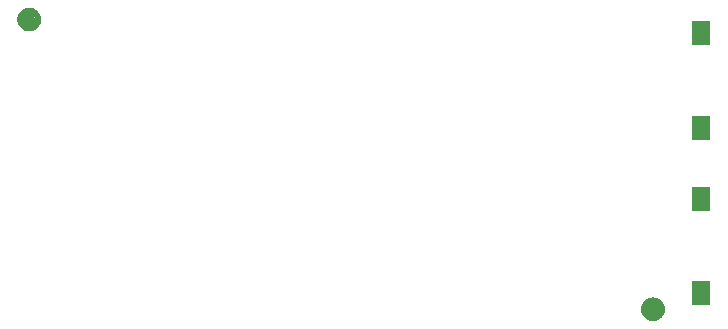
<source format=gbr>
G04 EAGLE Gerber RS-274X export*
G75*
%MOMM*%
%FSLAX34Y34*%
%LPD*%
%INSoldermask Bottom*%
%IPPOS*%
%AMOC8*
5,1,8,0,0,1.08239X$1,22.5*%
G01*
%ADD10C,1.101600*%
%ADD11C,0.500000*%
%ADD12R,1.601600X2.101600*%


D10*
X469225Y2695D03*
D11*
X469225Y-4805D02*
X469406Y-4803D01*
X469587Y-4796D01*
X469768Y-4785D01*
X469949Y-4770D01*
X470129Y-4750D01*
X470309Y-4726D01*
X470488Y-4698D01*
X470666Y-4665D01*
X470843Y-4628D01*
X471020Y-4587D01*
X471195Y-4542D01*
X471370Y-4492D01*
X471543Y-4438D01*
X471714Y-4380D01*
X471885Y-4318D01*
X472053Y-4251D01*
X472220Y-4181D01*
X472386Y-4107D01*
X472549Y-4028D01*
X472710Y-3946D01*
X472870Y-3860D01*
X473027Y-3770D01*
X473182Y-3676D01*
X473335Y-3579D01*
X473485Y-3477D01*
X473633Y-3373D01*
X473779Y-3264D01*
X473921Y-3153D01*
X474061Y-3037D01*
X474198Y-2919D01*
X474333Y-2797D01*
X474464Y-2672D01*
X474592Y-2544D01*
X474717Y-2413D01*
X474839Y-2278D01*
X474957Y-2141D01*
X475073Y-2001D01*
X475184Y-1859D01*
X475293Y-1713D01*
X475397Y-1565D01*
X475499Y-1415D01*
X475596Y-1262D01*
X475690Y-1107D01*
X475780Y-950D01*
X475866Y-790D01*
X475948Y-629D01*
X476027Y-466D01*
X476101Y-300D01*
X476171Y-133D01*
X476238Y35D01*
X476300Y206D01*
X476358Y377D01*
X476412Y550D01*
X476462Y725D01*
X476507Y900D01*
X476548Y1077D01*
X476585Y1254D01*
X476618Y1432D01*
X476646Y1611D01*
X476670Y1791D01*
X476690Y1971D01*
X476705Y2152D01*
X476716Y2333D01*
X476723Y2514D01*
X476725Y2695D01*
X476723Y2876D01*
X476716Y3057D01*
X476705Y3238D01*
X476690Y3419D01*
X476670Y3599D01*
X476646Y3779D01*
X476618Y3958D01*
X476585Y4136D01*
X476548Y4313D01*
X476507Y4490D01*
X476462Y4665D01*
X476412Y4840D01*
X476358Y5013D01*
X476300Y5184D01*
X476238Y5355D01*
X476171Y5523D01*
X476101Y5690D01*
X476027Y5856D01*
X475948Y6019D01*
X475866Y6180D01*
X475780Y6340D01*
X475690Y6497D01*
X475596Y6652D01*
X475499Y6805D01*
X475397Y6955D01*
X475293Y7103D01*
X475184Y7249D01*
X475073Y7391D01*
X474957Y7531D01*
X474839Y7668D01*
X474717Y7803D01*
X474592Y7934D01*
X474464Y8062D01*
X474333Y8187D01*
X474198Y8309D01*
X474061Y8427D01*
X473921Y8543D01*
X473779Y8654D01*
X473633Y8763D01*
X473485Y8867D01*
X473335Y8969D01*
X473182Y9066D01*
X473027Y9160D01*
X472870Y9250D01*
X472710Y9336D01*
X472549Y9418D01*
X472386Y9497D01*
X472220Y9571D01*
X472053Y9641D01*
X471885Y9708D01*
X471714Y9770D01*
X471543Y9828D01*
X471370Y9882D01*
X471195Y9932D01*
X471020Y9977D01*
X470843Y10018D01*
X470666Y10055D01*
X470488Y10088D01*
X470309Y10116D01*
X470129Y10140D01*
X469949Y10160D01*
X469768Y10175D01*
X469587Y10186D01*
X469406Y10193D01*
X469225Y10195D01*
X469044Y10193D01*
X468863Y10186D01*
X468682Y10175D01*
X468501Y10160D01*
X468321Y10140D01*
X468141Y10116D01*
X467962Y10088D01*
X467784Y10055D01*
X467607Y10018D01*
X467430Y9977D01*
X467255Y9932D01*
X467080Y9882D01*
X466907Y9828D01*
X466736Y9770D01*
X466565Y9708D01*
X466397Y9641D01*
X466230Y9571D01*
X466064Y9497D01*
X465901Y9418D01*
X465740Y9336D01*
X465580Y9250D01*
X465423Y9160D01*
X465268Y9066D01*
X465115Y8969D01*
X464965Y8867D01*
X464817Y8763D01*
X464671Y8654D01*
X464529Y8543D01*
X464389Y8427D01*
X464252Y8309D01*
X464117Y8187D01*
X463986Y8062D01*
X463858Y7934D01*
X463733Y7803D01*
X463611Y7668D01*
X463493Y7531D01*
X463377Y7391D01*
X463266Y7249D01*
X463157Y7103D01*
X463053Y6955D01*
X462951Y6805D01*
X462854Y6652D01*
X462760Y6497D01*
X462670Y6340D01*
X462584Y6180D01*
X462502Y6019D01*
X462423Y5856D01*
X462349Y5690D01*
X462279Y5523D01*
X462212Y5355D01*
X462150Y5184D01*
X462092Y5013D01*
X462038Y4840D01*
X461988Y4665D01*
X461943Y4490D01*
X461902Y4313D01*
X461865Y4136D01*
X461832Y3958D01*
X461804Y3779D01*
X461780Y3599D01*
X461760Y3419D01*
X461745Y3238D01*
X461734Y3057D01*
X461727Y2876D01*
X461725Y2695D01*
X461727Y2514D01*
X461734Y2333D01*
X461745Y2152D01*
X461760Y1971D01*
X461780Y1791D01*
X461804Y1611D01*
X461832Y1432D01*
X461865Y1254D01*
X461902Y1077D01*
X461943Y900D01*
X461988Y725D01*
X462038Y550D01*
X462092Y377D01*
X462150Y206D01*
X462212Y35D01*
X462279Y-133D01*
X462349Y-300D01*
X462423Y-466D01*
X462502Y-629D01*
X462584Y-790D01*
X462670Y-950D01*
X462760Y-1107D01*
X462854Y-1262D01*
X462951Y-1415D01*
X463053Y-1565D01*
X463157Y-1713D01*
X463266Y-1859D01*
X463377Y-2001D01*
X463493Y-2141D01*
X463611Y-2278D01*
X463733Y-2413D01*
X463858Y-2544D01*
X463986Y-2672D01*
X464117Y-2797D01*
X464252Y-2919D01*
X464389Y-3037D01*
X464529Y-3153D01*
X464671Y-3264D01*
X464817Y-3373D01*
X464965Y-3477D01*
X465115Y-3579D01*
X465268Y-3676D01*
X465423Y-3770D01*
X465580Y-3860D01*
X465740Y-3946D01*
X465901Y-4028D01*
X466064Y-4107D01*
X466230Y-4181D01*
X466397Y-4251D01*
X466565Y-4318D01*
X466736Y-4380D01*
X466907Y-4438D01*
X467080Y-4492D01*
X467255Y-4542D01*
X467430Y-4587D01*
X467607Y-4628D01*
X467784Y-4665D01*
X467962Y-4698D01*
X468141Y-4726D01*
X468321Y-4750D01*
X468501Y-4770D01*
X468682Y-4785D01*
X468863Y-4796D01*
X469044Y-4803D01*
X469225Y-4805D01*
D10*
X-58991Y248031D03*
D11*
X-51491Y248031D02*
X-51493Y248212D01*
X-51500Y248393D01*
X-51511Y248574D01*
X-51526Y248755D01*
X-51546Y248935D01*
X-51570Y249115D01*
X-51598Y249294D01*
X-51631Y249472D01*
X-51668Y249649D01*
X-51709Y249826D01*
X-51754Y250001D01*
X-51804Y250176D01*
X-51858Y250349D01*
X-51916Y250520D01*
X-51978Y250691D01*
X-52045Y250859D01*
X-52115Y251026D01*
X-52189Y251192D01*
X-52268Y251355D01*
X-52350Y251516D01*
X-52436Y251676D01*
X-52526Y251833D01*
X-52620Y251988D01*
X-52717Y252141D01*
X-52819Y252291D01*
X-52923Y252439D01*
X-53032Y252585D01*
X-53143Y252727D01*
X-53259Y252867D01*
X-53377Y253004D01*
X-53499Y253139D01*
X-53624Y253270D01*
X-53752Y253398D01*
X-53883Y253523D01*
X-54018Y253645D01*
X-54155Y253763D01*
X-54295Y253879D01*
X-54437Y253990D01*
X-54583Y254099D01*
X-54731Y254203D01*
X-54881Y254305D01*
X-55034Y254402D01*
X-55189Y254496D01*
X-55346Y254586D01*
X-55506Y254672D01*
X-55667Y254754D01*
X-55830Y254833D01*
X-55996Y254907D01*
X-56163Y254977D01*
X-56331Y255044D01*
X-56502Y255106D01*
X-56673Y255164D01*
X-56846Y255218D01*
X-57021Y255268D01*
X-57196Y255313D01*
X-57373Y255354D01*
X-57550Y255391D01*
X-57728Y255424D01*
X-57907Y255452D01*
X-58087Y255476D01*
X-58267Y255496D01*
X-58448Y255511D01*
X-58629Y255522D01*
X-58810Y255529D01*
X-58991Y255531D01*
X-59172Y255529D01*
X-59353Y255522D01*
X-59534Y255511D01*
X-59715Y255496D01*
X-59895Y255476D01*
X-60075Y255452D01*
X-60254Y255424D01*
X-60432Y255391D01*
X-60609Y255354D01*
X-60786Y255313D01*
X-60961Y255268D01*
X-61136Y255218D01*
X-61309Y255164D01*
X-61480Y255106D01*
X-61651Y255044D01*
X-61819Y254977D01*
X-61986Y254907D01*
X-62152Y254833D01*
X-62315Y254754D01*
X-62476Y254672D01*
X-62636Y254586D01*
X-62793Y254496D01*
X-62948Y254402D01*
X-63101Y254305D01*
X-63251Y254203D01*
X-63399Y254099D01*
X-63545Y253990D01*
X-63687Y253879D01*
X-63827Y253763D01*
X-63964Y253645D01*
X-64099Y253523D01*
X-64230Y253398D01*
X-64358Y253270D01*
X-64483Y253139D01*
X-64605Y253004D01*
X-64723Y252867D01*
X-64839Y252727D01*
X-64950Y252585D01*
X-65059Y252439D01*
X-65163Y252291D01*
X-65265Y252141D01*
X-65362Y251988D01*
X-65456Y251833D01*
X-65546Y251676D01*
X-65632Y251516D01*
X-65714Y251355D01*
X-65793Y251192D01*
X-65867Y251026D01*
X-65937Y250859D01*
X-66004Y250691D01*
X-66066Y250520D01*
X-66124Y250349D01*
X-66178Y250176D01*
X-66228Y250001D01*
X-66273Y249826D01*
X-66314Y249649D01*
X-66351Y249472D01*
X-66384Y249294D01*
X-66412Y249115D01*
X-66436Y248935D01*
X-66456Y248755D01*
X-66471Y248574D01*
X-66482Y248393D01*
X-66489Y248212D01*
X-66491Y248031D01*
X-66489Y247850D01*
X-66482Y247669D01*
X-66471Y247488D01*
X-66456Y247307D01*
X-66436Y247127D01*
X-66412Y246947D01*
X-66384Y246768D01*
X-66351Y246590D01*
X-66314Y246413D01*
X-66273Y246236D01*
X-66228Y246061D01*
X-66178Y245886D01*
X-66124Y245713D01*
X-66066Y245542D01*
X-66004Y245371D01*
X-65937Y245203D01*
X-65867Y245036D01*
X-65793Y244870D01*
X-65714Y244707D01*
X-65632Y244546D01*
X-65546Y244386D01*
X-65456Y244229D01*
X-65362Y244074D01*
X-65265Y243921D01*
X-65163Y243771D01*
X-65059Y243623D01*
X-64950Y243477D01*
X-64839Y243335D01*
X-64723Y243195D01*
X-64605Y243058D01*
X-64483Y242923D01*
X-64358Y242792D01*
X-64230Y242664D01*
X-64099Y242539D01*
X-63964Y242417D01*
X-63827Y242299D01*
X-63687Y242183D01*
X-63545Y242072D01*
X-63399Y241963D01*
X-63251Y241859D01*
X-63101Y241757D01*
X-62948Y241660D01*
X-62793Y241566D01*
X-62636Y241476D01*
X-62476Y241390D01*
X-62315Y241308D01*
X-62152Y241229D01*
X-61986Y241155D01*
X-61819Y241085D01*
X-61651Y241018D01*
X-61480Y240956D01*
X-61309Y240898D01*
X-61136Y240844D01*
X-60961Y240794D01*
X-60786Y240749D01*
X-60609Y240708D01*
X-60432Y240671D01*
X-60254Y240638D01*
X-60075Y240610D01*
X-59895Y240586D01*
X-59715Y240566D01*
X-59534Y240551D01*
X-59353Y240540D01*
X-59172Y240533D01*
X-58991Y240531D01*
X-58810Y240533D01*
X-58629Y240540D01*
X-58448Y240551D01*
X-58267Y240566D01*
X-58087Y240586D01*
X-57907Y240610D01*
X-57728Y240638D01*
X-57550Y240671D01*
X-57373Y240708D01*
X-57196Y240749D01*
X-57021Y240794D01*
X-56846Y240844D01*
X-56673Y240898D01*
X-56502Y240956D01*
X-56331Y241018D01*
X-56163Y241085D01*
X-55996Y241155D01*
X-55830Y241229D01*
X-55667Y241308D01*
X-55506Y241390D01*
X-55346Y241476D01*
X-55189Y241566D01*
X-55034Y241660D01*
X-54881Y241757D01*
X-54731Y241859D01*
X-54583Y241963D01*
X-54437Y242072D01*
X-54295Y242183D01*
X-54155Y242299D01*
X-54018Y242417D01*
X-53883Y242539D01*
X-53752Y242664D01*
X-53624Y242792D01*
X-53499Y242923D01*
X-53377Y243058D01*
X-53259Y243195D01*
X-53143Y243335D01*
X-53032Y243477D01*
X-52923Y243623D01*
X-52819Y243771D01*
X-52717Y243921D01*
X-52620Y244074D01*
X-52526Y244229D01*
X-52436Y244386D01*
X-52350Y244546D01*
X-52268Y244707D01*
X-52189Y244870D01*
X-52115Y245036D01*
X-52045Y245203D01*
X-51978Y245371D01*
X-51916Y245542D01*
X-51858Y245713D01*
X-51804Y245886D01*
X-51754Y246061D01*
X-51709Y246236D01*
X-51668Y246413D01*
X-51631Y246590D01*
X-51598Y246768D01*
X-51570Y246947D01*
X-51546Y247127D01*
X-51526Y247307D01*
X-51511Y247488D01*
X-51500Y247669D01*
X-51493Y247850D01*
X-51491Y248031D01*
D12*
X510065Y236505D03*
X510065Y156505D03*
X510065Y16505D03*
X510065Y96505D03*
M02*

</source>
